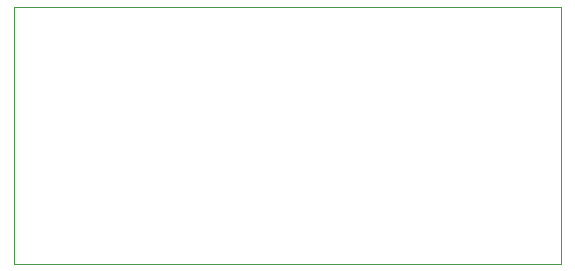
<source format=gbr>
%TF.GenerationSoftware,KiCad,Pcbnew,7.0.7*%
%TF.CreationDate,2023-09-21T17:56:25-04:00*%
%TF.ProjectId,Little_Master_Board,4c697474-6c65-45f4-9d61-737465725f42,rev?*%
%TF.SameCoordinates,Original*%
%TF.FileFunction,Profile,NP*%
%FSLAX46Y46*%
G04 Gerber Fmt 4.6, Leading zero omitted, Abs format (unit mm)*
G04 Created by KiCad (PCBNEW 7.0.7) date 2023-09-21 17:56:25*
%MOMM*%
%LPD*%
G01*
G04 APERTURE LIST*
%TA.AperFunction,Profile*%
%ADD10C,0.100000*%
%TD*%
G04 APERTURE END LIST*
D10*
X111709200Y-58216800D02*
X157988000Y-58216800D01*
X157988000Y-79959200D01*
X111709200Y-79959200D01*
X111709200Y-58216800D01*
M02*

</source>
